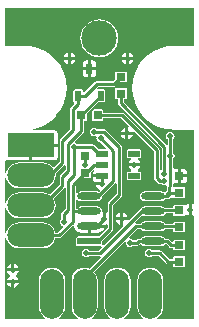
<source format=gbl>
G04 Layer_Physical_Order=2*
G04 Layer_Color=255*
%FSLAX25Y25*%
%MOIN*%
G70*
G01*
G75*
%ADD10O,0.07874X0.16535*%
%ADD14R,0.02756X0.03150*%
%ADD15R,0.03150X0.02756*%
%ADD20C,0.01000*%
%ADD21C,0.11811*%
%ADD22C,0.01968*%
%ADD23R,0.07874X0.02362*%
%ADD24O,0.07874X0.02362*%
%ADD25R,0.02362X0.03543*%
%ADD26R,0.03937X0.01968*%
%ADD27O,0.15748X0.07874*%
%ADD28R,0.15748X0.07874*%
G36*
X37636Y45882D02*
X37908Y45739D01*
Y42496D01*
X35175Y39762D01*
X34977Y39467D01*
X34908Y39118D01*
Y36333D01*
X34408Y36024D01*
X34319Y36042D01*
Y34118D01*
X33319D01*
Y36362D01*
X33161Y36520D01*
X33180Y36618D01*
X33058Y37233D01*
X32710Y37753D01*
X32189Y38102D01*
X31575Y38224D01*
X26063D01*
X25449Y38102D01*
X24928Y37753D01*
X24778Y37529D01*
X24293D01*
Y40532D01*
X24793Y40684D01*
X24928Y40483D01*
X25449Y40135D01*
X26063Y40012D01*
X31575D01*
X32189Y40135D01*
X32710Y40483D01*
X33058Y41004D01*
X33180Y41618D01*
X33168Y41679D01*
X37408Y45918D01*
X37636Y45882D01*
D02*
G37*
G36*
X30320Y50688D02*
X30362Y50115D01*
X30314Y50083D01*
X30094Y49752D01*
X30016Y49362D01*
Y48878D01*
X33004D01*
Y47878D01*
X30016D01*
Y47394D01*
X30094Y47003D01*
X30314Y46673D01*
X30645Y46452D01*
X30740Y46303D01*
X33004D01*
Y45303D01*
X31080D01*
X31135Y45029D01*
X31573Y44373D01*
X32175Y43970D01*
X32283Y43757D01*
X32373Y43461D01*
X32043Y43131D01*
X31575Y43224D01*
X26063D01*
X25449Y43102D01*
X24928Y42753D01*
X24793Y42552D01*
X24293Y42704D01*
Y45048D01*
X26803Y47558D01*
X28894D01*
X29195Y47683D01*
X29320Y47984D01*
Y49830D01*
X30224Y50734D01*
X30320Y50688D01*
D02*
G37*
G36*
X20636Y44382D02*
X20908Y44239D01*
Y37495D01*
X19675Y36262D01*
X19477Y35967D01*
X19408Y35618D01*
Y34166D01*
X19326Y34112D01*
X19021Y33656D01*
X18914Y33118D01*
X19021Y32581D01*
X19326Y32125D01*
X19781Y31820D01*
X19985Y31780D01*
X20149Y31237D01*
X18441Y29529D01*
X17504D01*
X17475Y29749D01*
X17039Y30802D01*
X16345Y31707D01*
X15440Y32401D01*
X14386Y32837D01*
X13256Y32986D01*
X5382D01*
X4251Y32837D01*
X3198Y32401D01*
X2293Y31707D01*
X1599Y30802D01*
X1163Y29749D01*
X1108Y29331D01*
X608Y29364D01*
Y37872D01*
X1108Y37905D01*
X1163Y37488D01*
X1599Y36434D01*
X2293Y35529D01*
X3198Y34835D01*
X4251Y34399D01*
X5382Y34250D01*
X13256D01*
X14386Y34399D01*
X15440Y34835D01*
X16345Y35529D01*
X17039Y36434D01*
X17475Y37488D01*
X17624Y38618D01*
X17475Y39749D01*
X17039Y40802D01*
X16931Y40942D01*
X20408Y44418D01*
X20636Y44382D01*
D02*
G37*
G36*
X34908Y31904D02*
Y30996D01*
X32138Y28225D01*
X24882D01*
X24581Y28100D01*
X24456Y27799D01*
Y25437D01*
X24581Y25136D01*
X24882Y25011D01*
X32716D01*
X32806Y24905D01*
X32971Y24559D01*
X31942Y23529D01*
X28867D01*
X28812Y23612D01*
X28357Y23916D01*
X27819Y24023D01*
X27281Y23916D01*
X26825Y23612D01*
X26521Y23156D01*
X26414Y22618D01*
X26521Y22081D01*
X26825Y21625D01*
X27281Y21320D01*
X27819Y21213D01*
X28357Y21320D01*
X28812Y21625D01*
X28867Y21707D01*
X32319D01*
X32435Y21730D01*
X32681Y21269D01*
X28896Y17483D01*
X28402Y17688D01*
X27272Y17837D01*
X26141Y17688D01*
X25088Y17251D01*
X24183Y16557D01*
X23489Y15653D01*
X23052Y14599D01*
X22904Y13468D01*
Y4807D01*
X23052Y3677D01*
X23489Y2623D01*
X24183Y1718D01*
X24938Y1139D01*
X24768Y639D01*
X18870D01*
X18700Y1139D01*
X19455Y1718D01*
X20149Y2623D01*
X20585Y3677D01*
X20734Y4807D01*
Y13468D01*
X20585Y14599D01*
X20149Y15653D01*
X19455Y16557D01*
X18550Y17251D01*
X17497Y17688D01*
X16366Y17837D01*
X15236Y17688D01*
X14182Y17251D01*
X13277Y16557D01*
X12583Y15653D01*
X12147Y14599D01*
X11998Y13468D01*
Y4807D01*
X12147Y3677D01*
X12583Y2623D01*
X13277Y1718D01*
X14032Y1139D01*
X13862Y639D01*
X608D01*
Y27872D01*
X1108Y27905D01*
X1163Y27488D01*
X1599Y26434D01*
X2293Y25529D01*
X3198Y24835D01*
X4251Y24399D01*
X5382Y24250D01*
X13256D01*
X14386Y24399D01*
X15440Y24835D01*
X16345Y25529D01*
X17039Y26434D01*
X17475Y27488D01*
X17504Y27707D01*
X18819D01*
X19168Y27776D01*
X19463Y27974D01*
X23384Y31895D01*
X23845Y31649D01*
X23839Y31618D01*
X24008Y30767D01*
X24490Y30046D01*
X25212Y29564D01*
X26063Y29394D01*
X28319D01*
Y31618D01*
X28819D01*
Y32118D01*
X34160D01*
X34199Y32171D01*
X34408Y32212D01*
X34908Y31904D01*
D02*
G37*
G36*
X20636Y51882D02*
X20908Y51739D01*
Y50495D01*
X19175Y48762D01*
X18977Y48467D01*
X18908Y48118D01*
Y45496D01*
X15651Y42239D01*
X15440Y42401D01*
X14386Y42837D01*
X13256Y42986D01*
X5382D01*
X4251Y42837D01*
X3198Y42401D01*
X2293Y41707D01*
X1599Y40802D01*
X1163Y39749D01*
X1108Y39331D01*
X608Y39364D01*
Y47872D01*
X1108Y47905D01*
X1163Y47488D01*
X1599Y46434D01*
X2293Y45529D01*
X3198Y44835D01*
X4251Y44399D01*
X5382Y44250D01*
X13256D01*
X14386Y44399D01*
X15440Y44835D01*
X16345Y45529D01*
X17039Y46434D01*
X17475Y47488D01*
X17624Y48618D01*
X17564Y49075D01*
X20408Y51918D01*
X20636Y51882D01*
D02*
G37*
G36*
X63699Y91667D02*
X57779D01*
X57552Y91748D01*
X55167Y91629D01*
X55113Y91603D01*
X55054Y91613D01*
X52728Y91071D01*
X52680Y91036D01*
X52620Y91035D01*
X50428Y90088D01*
X50386Y90046D01*
X50327Y90034D01*
X48338Y88712D01*
X48305Y88662D01*
X48249Y88641D01*
X46528Y86986D01*
X46504Y86931D01*
X46453Y86900D01*
X45053Y84965D01*
X45039Y84907D01*
X44995Y84866D01*
X43962Y82714D01*
X43958Y82654D01*
X43922Y82607D01*
X43288Y80304D01*
X43296Y80244D01*
X43268Y80191D01*
X43055Y77813D01*
X43073Y77756D01*
X43055Y77699D01*
X43268Y75320D01*
X43296Y75267D01*
X43288Y75208D01*
X43922Y72905D01*
X43958Y72858D01*
X43962Y72798D01*
X44995Y70645D01*
X45039Y70605D01*
X45053Y70547D01*
X46453Y68612D01*
X46504Y68581D01*
X46528Y68526D01*
X48249Y66871D01*
X48305Y66849D01*
X48338Y66800D01*
X50327Y65478D01*
X50386Y65466D01*
X50428Y65423D01*
X52620Y64476D01*
X52680Y64476D01*
X52728Y64441D01*
X55054Y63899D01*
X55113Y63909D01*
X55167Y63883D01*
X57552Y63764D01*
X57569Y63770D01*
X57584Y63763D01*
X63699D01*
Y39140D01*
X63258Y38905D01*
X63176Y38960D01*
X62902Y39014D01*
Y37091D01*
Y35167D01*
X63176Y35221D01*
X63258Y35277D01*
X63699Y35041D01*
Y639D01*
X51586D01*
X51417Y1139D01*
X52171Y1718D01*
X52865Y2623D01*
X53302Y3677D01*
X53451Y4807D01*
Y13468D01*
X53302Y14599D01*
X52865Y15653D01*
X52171Y16557D01*
X51267Y17251D01*
X50213Y17688D01*
X49083Y17837D01*
X47952Y17688D01*
X46899Y17251D01*
X45994Y16557D01*
X45300Y15653D01*
X44863Y14599D01*
X44715Y13468D01*
Y4807D01*
X44863Y3677D01*
X45300Y2623D01*
X45994Y1718D01*
X46749Y1139D01*
X46579Y639D01*
X40681D01*
X40511Y1139D01*
X41266Y1718D01*
X41960Y2623D01*
X42396Y3677D01*
X42545Y4807D01*
Y13468D01*
X42396Y14599D01*
X41960Y15653D01*
X41266Y16557D01*
X40361Y17251D01*
X39308Y17688D01*
X38177Y17837D01*
X37047Y17688D01*
X35993Y17251D01*
X35089Y16557D01*
X34394Y15653D01*
X33958Y14599D01*
X33809Y13468D01*
Y4807D01*
X33958Y3677D01*
X34394Y2623D01*
X35089Y1718D01*
X35843Y1139D01*
X35674Y639D01*
X29775D01*
X29605Y1139D01*
X30360Y1718D01*
X31054Y2623D01*
X31491Y3677D01*
X31640Y4807D01*
Y13468D01*
X31491Y14599D01*
X31054Y15653D01*
X30441Y16452D01*
X40478Y26488D01*
X40939Y26242D01*
X40914Y26118D01*
X41021Y25580D01*
X41326Y25125D01*
X41781Y24820D01*
X42319Y24713D01*
X42856Y24820D01*
X43312Y25125D01*
X43367Y25207D01*
X44819D01*
X45168Y25276D01*
X45463Y25474D01*
X45588Y25599D01*
X46136Y25560D01*
X46187Y25483D01*
X46708Y25135D01*
X47323Y25012D01*
X52835D01*
X53449Y25135D01*
X53970Y25483D01*
X54010Y25542D01*
X54566Y25582D01*
X55419Y24730D01*
X55714Y24532D01*
X56063Y24463D01*
X56818D01*
Y23996D01*
X56943Y23695D01*
X57244Y23570D01*
X60394D01*
X60695Y23695D01*
X60820Y23996D01*
Y26752D01*
X60695Y27053D01*
X60394Y27178D01*
X57244D01*
X56943Y27053D01*
X56818Y26752D01*
Y26581D01*
X56318Y26408D01*
X55463Y27262D01*
X55168Y27460D01*
X54819Y27529D01*
X54120D01*
X53970Y27753D01*
X53449Y28102D01*
X52835Y28224D01*
X47323D01*
X46708Y28102D01*
X46187Y27753D01*
X46038Y27529D01*
X45319D01*
X44970Y27460D01*
X44675Y27262D01*
X44442Y27029D01*
X43367D01*
X43312Y27112D01*
X42856Y27416D01*
X42319Y27523D01*
X42195Y27498D01*
X41949Y27959D01*
X44696Y30707D01*
X46038D01*
X46187Y30483D01*
X46708Y30135D01*
X47323Y30013D01*
X52835D01*
X53449Y30135D01*
X53970Y30483D01*
X54120Y30707D01*
X56818D01*
Y29984D01*
X56943Y29683D01*
X57244Y29558D01*
X60394D01*
X60695Y29683D01*
X60820Y29984D01*
Y32740D01*
X60695Y33042D01*
X60394Y33166D01*
X57244D01*
X56943Y33042D01*
X56818Y32740D01*
Y32529D01*
X54120D01*
X53970Y32754D01*
X53449Y33101D01*
X52835Y33224D01*
X47323D01*
X46708Y33101D01*
X46187Y32754D01*
X46038Y32529D01*
X44319D01*
X44203Y32506D01*
X43957Y32967D01*
X46358Y35369D01*
X46708Y35135D01*
X47323Y35013D01*
X52835D01*
X53449Y35135D01*
X53970Y35483D01*
X54291Y35963D01*
X56818D01*
Y35496D01*
X56943Y35195D01*
X57244Y35070D01*
X60394D01*
X60695Y35195D01*
X60711Y35233D01*
X61264Y35446D01*
X61297Y35442D01*
X61627Y35221D01*
X61902Y35167D01*
Y37091D01*
Y39014D01*
X61627Y38960D01*
X61189Y38667D01*
X60695Y38553D01*
X60394Y38678D01*
X57244D01*
X56943Y38553D01*
X56818Y38252D01*
Y37785D01*
X53922D01*
X53449Y38102D01*
X52835Y38224D01*
X47323D01*
X46708Y38102D01*
X46187Y37753D01*
X45995Y37465D01*
X45970Y37460D01*
X45675Y37262D01*
X41993Y33581D01*
X41923Y33618D01*
X40067D01*
Y31762D01*
X40104Y31692D01*
X33634Y25222D01*
X33288Y25387D01*
X33182Y25477D01*
Y26693D01*
X36463Y29974D01*
X36661Y30269D01*
X36730Y30618D01*
Y38741D01*
X39463Y41474D01*
X39661Y41769D01*
X39730Y42118D01*
Y58118D01*
X39661Y58467D01*
X39463Y58762D01*
X34463Y63762D01*
X34168Y63960D01*
X33819Y64029D01*
X31367D01*
X31312Y64112D01*
X30856Y64416D01*
X30319Y64523D01*
X29781Y64416D01*
X29326Y64112D01*
X29021Y63656D01*
X28914Y63118D01*
X29021Y62581D01*
X29326Y62125D01*
X29781Y61820D01*
X30319Y61713D01*
X30856Y61820D01*
X30930Y61869D01*
X31290Y61509D01*
X31241Y61435D01*
X31134Y60898D01*
X31241Y60360D01*
X31546Y59904D01*
X32002Y59600D01*
X32539Y59493D01*
X32636Y59512D01*
X34418Y57731D01*
X34226Y57269D01*
X31957D01*
X30463Y58762D01*
X30168Y58960D01*
X29819Y59029D01*
X24867D01*
X24812Y59112D01*
X24356Y59416D01*
X24153Y59457D01*
X23989Y59999D01*
X26707Y62718D01*
X26905Y63013D01*
X26974Y63362D01*
Y66617D01*
X27441D01*
X27742Y66742D01*
X27867Y67043D01*
Y69134D01*
X31626Y72893D01*
X33740D01*
X34042Y73018D01*
X34166Y73319D01*
Y76862D01*
X34042Y77163D01*
X33740Y77288D01*
X31485D01*
X31286Y77595D01*
X31240Y77750D01*
X31696Y78207D01*
X37063D01*
X37412Y78276D01*
X37707Y78474D01*
X38803Y79570D01*
X40894D01*
X41195Y79695D01*
X41320Y79996D01*
Y82752D01*
X41195Y83053D01*
X40894Y83178D01*
X37744D01*
X37443Y83053D01*
X37318Y82752D01*
Y80662D01*
X36686Y80029D01*
X31319D01*
X30970Y79960D01*
X30675Y79762D01*
X27186Y76274D01*
X26686Y76481D01*
Y76862D01*
X26561Y77163D01*
X26260Y77288D01*
X23898D01*
X23596Y77163D01*
X23471Y76862D01*
Y73319D01*
X23596Y73018D01*
X23686Y72981D01*
X23837Y72453D01*
X23832Y72420D01*
X22675Y71262D01*
X22477Y70967D01*
X22408Y70618D01*
Y63995D01*
X19175Y60762D01*
X18977Y60467D01*
X18908Y60118D01*
Y52996D01*
X17166Y51254D01*
X16667Y51287D01*
X16345Y51707D01*
X15440Y52401D01*
X14386Y52837D01*
X13256Y52986D01*
X5382D01*
X4251Y52837D01*
X3198Y52401D01*
X2293Y51707D01*
X1599Y50802D01*
X1163Y49749D01*
X1108Y49331D01*
X608Y49364D01*
Y53436D01*
X1006Y53706D01*
X1108Y53729D01*
X1445Y53662D01*
X8819D01*
Y58618D01*
X9319D01*
Y59118D01*
X18213D01*
Y62555D01*
X18135Y62945D01*
X17914Y63276D01*
X17583Y63497D01*
X17193Y63575D01*
X10065D01*
X10007Y64075D01*
X11579Y64441D01*
X11627Y64476D01*
X11687Y64476D01*
X13880Y65423D01*
X13921Y65466D01*
X13980Y65478D01*
X15969Y66800D01*
X16002Y66849D01*
X16058Y66871D01*
X17779Y68526D01*
X17804Y68581D01*
X17854Y68612D01*
X19254Y70547D01*
X19268Y70605D01*
X19312Y70645D01*
X20346Y72798D01*
X20349Y72858D01*
X20385Y72905D01*
X21019Y75208D01*
X21011Y75267D01*
X21039Y75320D01*
X21252Y77699D01*
X21235Y77756D01*
X21252Y77813D01*
X21039Y80191D01*
X21011Y80244D01*
X21019Y80304D01*
X20385Y82607D01*
X20349Y82654D01*
X20346Y82714D01*
X19312Y84866D01*
X19268Y84907D01*
X19254Y84965D01*
X17854Y86900D01*
X17804Y86931D01*
X17779Y86986D01*
X16058Y88641D01*
X16002Y88662D01*
X15969Y88712D01*
X13980Y90034D01*
X13921Y90046D01*
X13880Y90088D01*
X11687Y91035D01*
X11627Y91036D01*
X11579Y91071D01*
X9093Y91650D01*
X9018Y91638D01*
X8948Y91667D01*
X608D01*
Y104479D01*
X63699D01*
Y91667D01*
D02*
G37*
%LPC*%
G36*
X5243Y16618D02*
X1395D01*
X1450Y16344D01*
X1888Y15687D01*
X2303Y15410D01*
Y14826D01*
X1888Y14549D01*
X1450Y13892D01*
X1395Y13618D01*
X5243D01*
X5188Y13892D01*
X4750Y14549D01*
X4334Y14826D01*
Y15410D01*
X4750Y15687D01*
X5188Y16344D01*
X5243Y16618D01*
D02*
G37*
G36*
X2819Y19042D02*
X2545Y18987D01*
X1888Y18549D01*
X1450Y17892D01*
X1395Y17618D01*
X2819D01*
Y19042D01*
D02*
G37*
G36*
Y12618D02*
X1395D01*
X1450Y12344D01*
X1888Y11688D01*
X2545Y11249D01*
X2819Y11195D01*
Y12618D01*
D02*
G37*
G36*
X5243D02*
X3819D01*
Y11195D01*
X4093Y11249D01*
X4750Y11688D01*
X5188Y12344D01*
X5243Y12618D01*
D02*
G37*
G36*
X33699Y31118D02*
X29319D01*
Y29394D01*
X31575D01*
X32426Y29564D01*
X33147Y30046D01*
X33629Y30767D01*
X33699Y31118D01*
D02*
G37*
G36*
X3819Y19042D02*
Y17618D01*
X5243D01*
X5188Y17892D01*
X4750Y18549D01*
X4093Y18987D01*
X3819Y19042D01*
D02*
G37*
G36*
X39067Y36042D02*
X38793Y35987D01*
X38136Y35549D01*
X37698Y34892D01*
X37643Y34618D01*
X39067D01*
Y36042D01*
D02*
G37*
G36*
X60394Y50772D02*
X59319D01*
Y48874D01*
X61413D01*
Y49752D01*
X61336Y50142D01*
X61115Y50473D01*
X60784Y50694D01*
X60394Y50772D01*
D02*
G37*
G36*
X40067Y36042D02*
Y34618D01*
X41491D01*
X41436Y34892D01*
X40997Y35549D01*
X40341Y35987D01*
X40067Y36042D01*
D02*
G37*
G36*
X45743Y51618D02*
X41895D01*
X41950Y51344D01*
X42388Y50687D01*
X42587Y50555D01*
X42687Y49887D01*
X42606Y49788D01*
X41665D01*
X41364Y49663D01*
X41239Y49362D01*
Y47394D01*
X41364Y47092D01*
X41665Y46968D01*
X45602D01*
X45904Y47092D01*
X46029Y47394D01*
Y49362D01*
X45904Y49663D01*
X45602Y49788D01*
X45031D01*
X44951Y49887D01*
X45051Y50555D01*
X45250Y50687D01*
X45688Y51344D01*
X45743Y51618D01*
D02*
G37*
G36*
X61413Y47874D02*
X59319D01*
Y45976D01*
X60394D01*
X60784Y46054D01*
X61115Y46275D01*
X61336Y46606D01*
X61413Y46996D01*
Y47874D01*
D02*
G37*
G36*
X39067Y33618D02*
X37643D01*
X37698Y33344D01*
X38136Y32688D01*
X38793Y32249D01*
X39067Y32195D01*
Y33618D01*
D02*
G37*
G36*
X48819Y24055D02*
X48281Y23948D01*
X47826Y23643D01*
X47521Y23187D01*
X47414Y22650D01*
X47521Y22112D01*
X47826Y21656D01*
X48281Y21352D01*
X48819Y21245D01*
X49356Y21352D01*
X49812Y21656D01*
X49867Y21738D01*
X51910D01*
X54431Y19218D01*
X54726Y19020D01*
X55075Y18951D01*
X56818D01*
Y18484D01*
X56943Y18183D01*
X57244Y18058D01*
X60394D01*
X60695Y18183D01*
X60820Y18484D01*
Y21240D01*
X60695Y21542D01*
X60394Y21666D01*
X57244D01*
X56943Y21542D01*
X56818Y21240D01*
Y20773D01*
X55452D01*
X52932Y23294D01*
X52636Y23492D01*
X52287Y23561D01*
X49867D01*
X49812Y23643D01*
X49356Y23948D01*
X48819Y24055D01*
D02*
G37*
G36*
X40894Y77666D02*
X37744D01*
X37443Y77542D01*
X37318Y77240D01*
Y74484D01*
X37443Y74183D01*
X37744Y74058D01*
X38408D01*
Y72618D01*
X38477Y72269D01*
X38675Y71974D01*
X52908Y57741D01*
Y50421D01*
X52730Y50276D01*
X52230Y50514D01*
Y57118D01*
X52161Y57467D01*
X51963Y57762D01*
X40463Y69262D01*
X40168Y69460D01*
X39819Y69529D01*
X33379D01*
Y70193D01*
X33254Y70494D01*
X32953Y70619D01*
X30197D01*
X29895Y70494D01*
X29771Y70193D01*
Y67043D01*
X29895Y66742D01*
X30197Y66617D01*
X32953D01*
X33254Y66742D01*
X33379Y67043D01*
Y67707D01*
X39441D01*
X42166Y64983D01*
X41919Y64522D01*
X41819Y64542D01*
Y63118D01*
X43243D01*
X43223Y63219D01*
X43683Y63465D01*
X50408Y56741D01*
Y47618D01*
X50477Y47269D01*
X50675Y46974D01*
X51675Y45974D01*
X51970Y45776D01*
X52319Y45707D01*
X52771D01*
X52825Y45625D01*
X53281Y45320D01*
X53819Y45213D01*
X54167Y45282D01*
X54182Y45275D01*
X54547Y44917D01*
X54559Y44890D01*
X54530Y44740D01*
Y43289D01*
X54448Y43234D01*
X54335Y43065D01*
X54318Y43050D01*
X53707Y42933D01*
X53694Y42938D01*
X53449Y43102D01*
X52835Y43224D01*
X47323D01*
X46708Y43102D01*
X46187Y42753D01*
X45839Y42233D01*
X45717Y41618D01*
X45839Y41004D01*
X46187Y40483D01*
X46708Y40135D01*
X47323Y40012D01*
X52835D01*
X53449Y40135D01*
X53970Y40483D01*
X54120Y40707D01*
X54819D01*
X55168Y40776D01*
X55298Y40864D01*
X55441Y40835D01*
X55979Y40942D01*
X56388Y41216D01*
X56516Y41236D01*
X56943Y41183D01*
X57244Y41058D01*
X60394D01*
X60695Y41183D01*
X60820Y41484D01*
Y44240D01*
X60695Y44541D01*
X60394Y44666D01*
X57244D01*
X57110Y44611D01*
X56696Y44948D01*
X56730Y45118D01*
Y45581D01*
X57230Y45979D01*
X57244Y45976D01*
X58319D01*
Y48374D01*
Y50772D01*
X57244D01*
X57230Y50769D01*
X56730Y51167D01*
Y54070D01*
X56812Y54125D01*
X57117Y54580D01*
X57224Y55118D01*
X57117Y55656D01*
X56812Y56112D01*
X56730Y56166D01*
Y60570D01*
X56812Y60625D01*
X57117Y61080D01*
X57224Y61618D01*
X57117Y62156D01*
X56812Y62612D01*
X56357Y62916D01*
X55819Y63023D01*
X55281Y62916D01*
X54826Y62612D01*
X54521Y62156D01*
X54414Y61618D01*
X54521Y61080D01*
X54826Y60625D01*
X54908Y60570D01*
Y58997D01*
X54636Y58854D01*
X54408Y58818D01*
X40230Y72996D01*
Y74058D01*
X40894D01*
X41195Y74183D01*
X41320Y74484D01*
Y77240D01*
X41195Y77542D01*
X40894Y77666D01*
D02*
G37*
G36*
X41035Y86984D02*
X39612D01*
X39666Y86710D01*
X40105Y86054D01*
X40761Y85615D01*
X41035Y85561D01*
Y86984D01*
D02*
G37*
G36*
X43459D02*
X42035D01*
Y85561D01*
X42310Y85615D01*
X42966Y86054D01*
X43405Y86710D01*
X43459Y86984D01*
D02*
G37*
G36*
X21744D02*
X20320D01*
X20375Y86710D01*
X20813Y86054D01*
X21470Y85615D01*
X21744Y85561D01*
Y86984D01*
D02*
G37*
G36*
X24168D02*
X22744D01*
Y85561D01*
X23018Y85615D01*
X23675Y86054D01*
X24113Y86710D01*
X24168Y86984D01*
D02*
G37*
G36*
X21744Y89408D02*
X21470Y89353D01*
X20813Y88915D01*
X20375Y88258D01*
X20320Y87984D01*
X21744D01*
Y89408D01*
D02*
G37*
G36*
X42035D02*
Y87984D01*
X43459D01*
X43405Y88258D01*
X42966Y88915D01*
X42310Y89353D01*
X42035Y89408D01*
D02*
G37*
G36*
X32154Y100652D02*
X32133Y100643D01*
X32112Y100649D01*
X30954Y100536D01*
X30916Y100515D01*
X30872Y100519D01*
X29759Y100181D01*
X29725Y100154D01*
X29682Y100150D01*
X28656Y99601D01*
X28628Y99567D01*
X28586Y99555D01*
X27687Y98817D01*
X27667Y98778D01*
X27628Y98758D01*
X26890Y97859D01*
X26877Y97817D01*
X26844Y97789D01*
X26295Y96763D01*
X26291Y96720D01*
X26263Y96686D01*
X25926Y95573D01*
X25930Y95529D01*
X25909Y95491D01*
X25795Y94333D01*
X25808Y94291D01*
X25795Y94250D01*
X25909Y93092D01*
X25930Y93053D01*
X25926Y93010D01*
X26263Y91897D01*
X26291Y91863D01*
X26295Y91820D01*
X26844Y90794D01*
X26877Y90766D01*
X26890Y90724D01*
X27628Y89825D01*
X27667Y89804D01*
X27687Y89766D01*
X28586Y89028D01*
X28628Y89015D01*
X28656Y88981D01*
X29682Y88433D01*
X29725Y88429D01*
X29759Y88401D01*
X30872Y88064D01*
X30916Y88068D01*
X30954Y88047D01*
X32112Y87933D01*
X32133Y87940D01*
X32154Y87931D01*
X32174Y87940D01*
X32195Y87933D01*
X33353Y88047D01*
X33391Y88068D01*
X33435Y88064D01*
X34548Y88401D01*
X34582Y88429D01*
X34625Y88433D01*
X35651Y88981D01*
X35679Y89015D01*
X35721Y89028D01*
X36620Y89766D01*
X36641Y89804D01*
X36679Y89825D01*
X37417Y90724D01*
X37430Y90766D01*
X37463Y90794D01*
X38012Y91820D01*
X38016Y91863D01*
X38044Y91897D01*
X38381Y93010D01*
X38377Y93053D01*
X38398Y93092D01*
X38512Y94250D01*
X38499Y94291D01*
X38512Y94333D01*
X38398Y95491D01*
X38377Y95529D01*
X38381Y95573D01*
X38044Y96686D01*
X38016Y96720D01*
X38012Y96763D01*
X37463Y97789D01*
X37430Y97817D01*
X37417Y97859D01*
X36679Y98758D01*
X36641Y98778D01*
X36620Y98817D01*
X35721Y99555D01*
X35679Y99567D01*
X35651Y99601D01*
X34625Y100150D01*
X34582Y100154D01*
X34548Y100181D01*
X33435Y100519D01*
X33391Y100515D01*
X33353Y100536D01*
X32195Y100649D01*
X32174Y100643D01*
X32154Y100652D01*
D02*
G37*
G36*
X22744Y89408D02*
Y87984D01*
X24168D01*
X24113Y88258D01*
X23675Y88915D01*
X23018Y89353D01*
X22744Y89408D01*
D02*
G37*
G36*
X41035D02*
X40761Y89353D01*
X40105Y88915D01*
X39666Y88258D01*
X39612Y87984D01*
X41035D01*
Y89408D01*
D02*
G37*
G36*
X40819Y62118D02*
X39395D01*
X39450Y61844D01*
X39888Y61187D01*
X40545Y60749D01*
X40819Y60694D01*
Y62118D01*
D02*
G37*
G36*
X43243D02*
X41819D01*
Y60694D01*
X42093Y60749D01*
X42750Y61187D01*
X43188Y61844D01*
X43243Y62118D01*
D02*
G37*
G36*
X45602Y57269D02*
X41665D01*
X41364Y57144D01*
X41239Y56842D01*
Y54874D01*
X41364Y54573D01*
X41665Y54448D01*
X42606D01*
X42687Y54349D01*
X42587Y53681D01*
X42388Y53549D01*
X41950Y52892D01*
X41895Y52618D01*
X45743D01*
X45688Y52892D01*
X45250Y53549D01*
X45051Y53681D01*
X44951Y54349D01*
X45032Y54448D01*
X45602D01*
X45904Y54573D01*
X46029Y54874D01*
Y56842D01*
X45904Y57144D01*
X45602Y57269D01*
D02*
G37*
G36*
X18213Y58118D02*
X9819D01*
Y53662D01*
X17193D01*
X17583Y53739D01*
X17914Y53960D01*
X18135Y54291D01*
X18213Y54681D01*
Y58118D01*
D02*
G37*
G36*
X40819Y64542D02*
X40545Y64487D01*
X39888Y64049D01*
X39450Y63392D01*
X39395Y63118D01*
X40819D01*
Y64542D01*
D02*
G37*
G36*
X28319Y86937D02*
X27638D01*
X27248Y86859D01*
X26917Y86638D01*
X26696Y86308D01*
X26618Y85917D01*
Y84646D01*
X28319D01*
Y86937D01*
D02*
G37*
G36*
X30000D02*
X29319D01*
Y84646D01*
X31020D01*
Y85917D01*
X30942Y86308D01*
X30721Y86638D01*
X30390Y86859D01*
X30000Y86937D01*
D02*
G37*
G36*
X28319Y83646D02*
X26618D01*
Y82374D01*
X26696Y81984D01*
X26917Y81653D01*
X27248Y81432D01*
X27638Y81354D01*
X28319D01*
Y83646D01*
D02*
G37*
G36*
X31020D02*
X29319D01*
Y81354D01*
X30000D01*
X30390Y81432D01*
X30721Y81653D01*
X30942Y81984D01*
X31020Y82374D01*
Y83646D01*
D02*
G37*
%LPD*%
D10*
X16366Y9138D02*
D03*
X27272D02*
D03*
X38177D02*
D03*
X49083D02*
D03*
D14*
X31575Y68618D02*
D03*
X26063D02*
D03*
D15*
X39319Y75862D02*
D03*
Y81374D02*
D03*
X27319Y49362D02*
D03*
Y54874D02*
D03*
X58819Y42862D02*
D03*
Y48374D02*
D03*
Y36874D02*
D03*
Y31362D02*
D03*
Y25374D02*
D03*
Y19862D02*
D03*
D20*
X23382Y36618D02*
X28819D01*
X23382Y45425D02*
X27319Y49362D01*
X27563D01*
X30319Y52118D01*
X33004D01*
X35819Y39118D02*
X38819Y42118D01*
Y58118D01*
X28819Y26618D02*
X31819D01*
X35819Y30618D01*
Y39118D01*
X33819Y63118D02*
X38819Y58118D01*
X30319Y63118D02*
X33819D01*
X32539Y60898D02*
X36819Y56618D01*
X32079Y55858D02*
X33004D01*
X29819Y58118D02*
X32079Y55858D01*
X23819Y58118D02*
X29819D01*
X23819Y48618D02*
Y58118D01*
X9319Y48618D02*
X15819D01*
X9319Y38618D02*
X13319D01*
X19819Y45118D01*
Y48118D01*
X21819Y50118D01*
X53819Y49118D02*
Y58118D01*
X39319Y72618D02*
X53819Y58118D01*
X39319Y72618D02*
Y75862D01*
X52319Y46618D02*
X53819D01*
X51319Y47618D02*
X52319Y46618D01*
X51319Y47618D02*
Y57118D01*
X31575Y68618D02*
X39819D01*
X44319Y31618D02*
X50079D01*
X46319Y36618D02*
X50079D01*
X21819Y50118D02*
Y59118D01*
X26063Y63362D01*
Y68618D01*
X15819Y48618D02*
X19819Y52618D01*
Y60118D01*
X28819Y41618D02*
X31819D01*
X36819Y46618D01*
Y56618D01*
X33004Y45803D02*
Y48378D01*
X50079Y41618D02*
X54819D01*
X56063Y42862D02*
X58819D01*
X23382Y33181D02*
Y45425D01*
X9319Y28618D02*
X18819D01*
X23382Y33181D01*
X20319Y33118D02*
Y35618D01*
X9319Y58618D02*
X13819D01*
X27319Y52118D02*
Y54874D01*
X42319Y26118D02*
X44819D01*
X45319Y26618D01*
X50079D02*
X54819D01*
X56063Y25374D01*
X58819D01*
X50335Y36874D02*
X58819D01*
X50079Y36618D02*
X50335Y36874D01*
X50079Y31618D02*
X58563D01*
X58819Y31362D01*
X54819Y41618D02*
X55441Y42240D01*
X56063Y42862D01*
X20319Y35618D02*
X21819Y37118D01*
Y46618D01*
X23819Y48618D01*
X55441Y42240D02*
Y44740D01*
X55819Y45118D01*
Y55118D01*
X26063Y68618D02*
X32535Y75090D01*
X32559D01*
X37063Y79118D02*
X39319Y81374D01*
X19819Y60118D02*
X23319Y63618D01*
Y70618D01*
X25079Y72378D01*
Y75090D01*
X27291D01*
X31319Y79118D01*
X37063D01*
X55819Y55118D02*
Y61618D01*
X45319Y26618D02*
X50079D01*
X48819Y22650D02*
X52287D01*
X55075Y19862D01*
X58819D01*
X39819Y68618D02*
X51319Y57118D01*
X28819Y31618D02*
X31319D01*
X33819Y34118D01*
X32319Y22618D02*
X46319Y36618D01*
X27819Y22618D02*
X32319D01*
X27272Y14571D02*
X44319Y31618D01*
X27272Y9138D02*
Y14571D01*
D21*
X32154Y94291D02*
D03*
D22*
X39567Y34118D02*
D03*
X41535Y87484D02*
D03*
X22244D02*
D03*
X30319Y63118D02*
D03*
X32539Y60898D02*
D03*
X23819Y58118D02*
D03*
X53819Y49118D02*
D03*
Y46618D02*
D03*
X33819Y34118D02*
D03*
X33004Y45803D02*
D03*
X20319Y33118D02*
D03*
X27319Y52118D02*
D03*
X42319Y26118D02*
D03*
X55441Y42240D02*
D03*
X55819Y55118D02*
D03*
Y61618D02*
D03*
X48819Y22650D02*
D03*
X41319Y62618D02*
D03*
X3319Y17118D02*
D03*
Y13118D02*
D03*
X43819Y52118D02*
D03*
X27819Y22618D02*
D03*
X62402Y37091D02*
D03*
D23*
X28819Y26618D02*
D03*
D24*
Y41618D02*
D03*
Y31618D02*
D03*
Y36618D02*
D03*
X50079Y31618D02*
D03*
Y41618D02*
D03*
Y26618D02*
D03*
Y36618D02*
D03*
D25*
X32559Y75090D02*
D03*
X25079D02*
D03*
X28819Y84146D02*
D03*
D26*
X33004Y48378D02*
D03*
Y52118D02*
D03*
Y55858D02*
D03*
X43634D02*
D03*
Y48378D02*
D03*
D27*
X9319Y28618D02*
D03*
Y38618D02*
D03*
Y48618D02*
D03*
D28*
Y58618D02*
D03*
M02*

</source>
